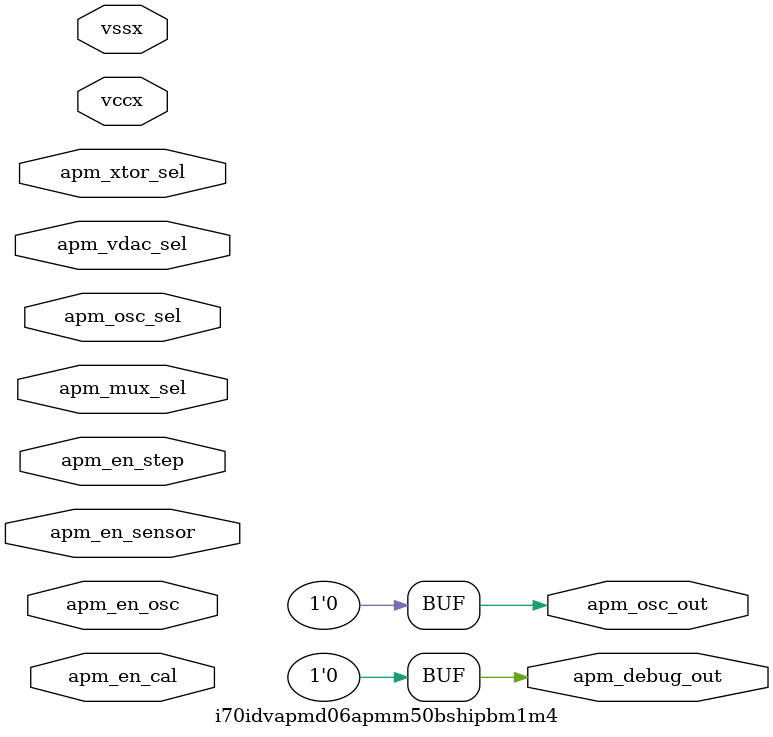
<source format=sv>
`timescale 1ps/100fs


`ifndef I70IDVAPMD06APMM50BSHIPBM1M4_SV
`define I70IDVAPMD06APMM50BSHIPBM1M4_SV

`celldefine
module i70idvapmd06apmm50bshipbm1m4 (
  
 // INPUT PORTS
  `ifndef INTEL_NO_PWR_PINS
     `ifdef INTC_UPF_FLOW

     `else
         inout wire vssx,
         inout wire vccx,
     `endif
  `endif

    input logic apm_en_cal,
    input logic apm_en_osc,
    input logic apm_en_sensor,
    input logic apm_en_step,
    input logic apm_osc_sel,

    input logic [1:0]  apm_xtor_sel,
    input logic [3:0]  apm_mux_sel,
    input logic [3:0]  apm_vdac_sel,

   // OUTPUT PORTS
    output  logic  apm_osc_out,  
    output  logic  apm_debug_out
);

assign apm_osc_out ='b0;
assign apm_debug_out ='b0;
endmodule   

`endif 

</source>
